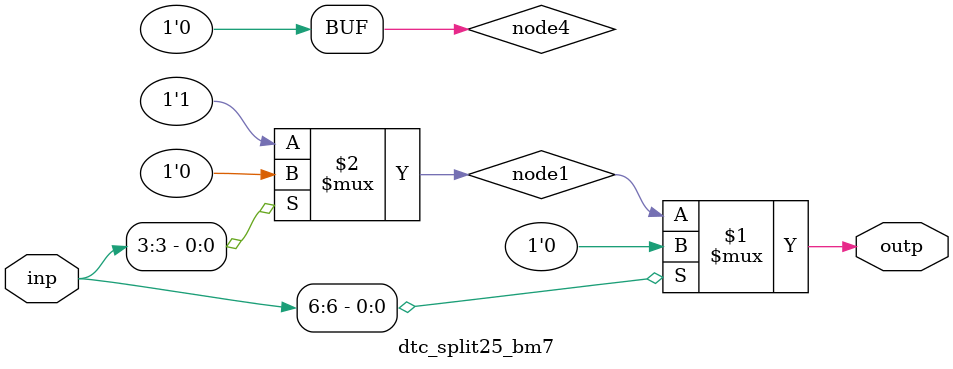
<source format=v>
module dtc_split25_bm7 (
	input  wire [12-1:0] inp,
	output wire [1-1:0] outp
);

	wire [1-1:0] node1;
	wire [1-1:0] node4;

	assign outp = (inp[6]) ? node4 : node1;
		assign node1 = (inp[3]) ? 1'b0 : 1'b1;
		assign node4 = (inp[8]) ? 1'b0 : 1'b0;

endmodule
</source>
